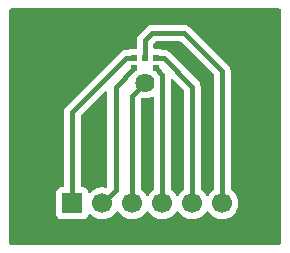
<source format=gbr>
%TF.GenerationSoftware,KiCad,Pcbnew,9.0.5*%
%TF.CreationDate,2025-10-11T11:08:21-04:00*%
%TF.ProjectId,audio-board,61756469-6f2d-4626-9f61-72642e6b6963,rev?*%
%TF.SameCoordinates,Original*%
%TF.FileFunction,Copper,L1,Top*%
%TF.FilePolarity,Positive*%
%FSLAX46Y46*%
G04 Gerber Fmt 4.6, Leading zero omitted, Abs format (unit mm)*
G04 Created by KiCad (PCBNEW 9.0.5) date 2025-10-11 11:08:21*
%MOMM*%
%LPD*%
G01*
G04 APERTURE LIST*
%TA.AperFunction,ComponentPad*%
%ADD10R,1.700000X1.700000*%
%TD*%
%TA.AperFunction,ComponentPad*%
%ADD11C,1.700000*%
%TD*%
%TA.AperFunction,SMDPad,CuDef*%
%ADD12R,0.600000X0.522000*%
%TD*%
%TA.AperFunction,ComponentPad*%
%ADD13C,1.625000*%
%TD*%
%TA.AperFunction,Conductor*%
%ADD14C,0.400000*%
%TD*%
G04 APERTURE END LIST*
D10*
%TO.P,J1,1,Pin_1*%
%TO.N,Net-(J1-Pin_1)*%
X135840000Y-85000000D03*
D11*
%TO.P,J1,2,Pin_2*%
%TO.N,Net-(J1-Pin_2)*%
X138380000Y-85000000D03*
%TO.P,J1,3,Pin_3*%
%TO.N,Net-(J1-Pin_3)*%
X140920000Y-85000000D03*
%TO.P,J1,4,Pin_4*%
%TO.N,Net-(J1-Pin_4)*%
X143460000Y-85000000D03*
%TO.P,J1,5,Pin_5*%
%TO.N,Net-(J1-Pin_5)*%
X146000000Y-85000000D03*
%TO.P,J1,6,Pin_6*%
%TO.N,Net-(J1-Pin_6)*%
X148540000Y-85000000D03*
%TD*%
D12*
%TO.P,MK1,1,WS*%
%TO.N,Net-(J1-Pin_1)*%
X141100000Y-72726000D03*
%TO.P,MK1,2,LR*%
%TO.N,Net-(J1-Pin_2)*%
X141100000Y-73548000D03*
D13*
%TO.P,MK1,3,GND*%
%TO.N,Net-(J1-Pin_3)*%
X142000000Y-74800000D03*
D12*
%TO.P,MK1,4,SCK*%
%TO.N,Net-(J1-Pin_4)*%
X142900000Y-73548000D03*
%TO.P,MK1,5,VDD*%
%TO.N,Net-(J1-Pin_5)*%
X142900000Y-72726000D03*
%TO.P,MK1,6,SD*%
%TO.N,Net-(J1-Pin_6)*%
X142000000Y-72726000D03*
%TD*%
D14*
%TO.N,Net-(J1-Pin_1)*%
X141100000Y-72726000D02*
X140400000Y-72726000D01*
X135840000Y-77286000D02*
X135840000Y-85000000D01*
X140400000Y-72726000D02*
X135840000Y-77286000D01*
%TO.N,Net-(J1-Pin_6)*%
X148540000Y-73840000D02*
X148540000Y-85000000D01*
X142000000Y-71200000D02*
X142600000Y-70600000D01*
X145300000Y-70600000D02*
X148540000Y-73840000D01*
X142600000Y-70600000D02*
X145300000Y-70600000D01*
X142000000Y-72726000D02*
X142000000Y-71200000D01*
%TO.N,Net-(J1-Pin_3)*%
X142000000Y-74800000D02*
X140920000Y-75880000D01*
X140920000Y-75880000D02*
X140920000Y-85000000D01*
%TO.N,Net-(J1-Pin_4)*%
X142900000Y-73548000D02*
X143460000Y-74108000D01*
X143460000Y-74108000D02*
X143460000Y-85000000D01*
%TO.N,Net-(J1-Pin_2)*%
X139500000Y-75148000D02*
X139500000Y-83880000D01*
X141100000Y-73548000D02*
X139500000Y-75148000D01*
X139500000Y-83880000D02*
X138380000Y-85000000D01*
%TO.N,Net-(J1-Pin_5)*%
X146000000Y-75126000D02*
X146000000Y-85000000D01*
X142900000Y-72726000D02*
X143600000Y-72726000D01*
X143600000Y-72726000D02*
X146000000Y-75126000D01*
%TD*%
%TA.AperFunction,NonConductor*%
G36*
X153442539Y-68520185D02*
G01*
X153488294Y-68572989D01*
X153499500Y-68624500D01*
X153499500Y-88375500D01*
X153479815Y-88442539D01*
X153427011Y-88488294D01*
X153375500Y-88499500D01*
X130624500Y-88499500D01*
X130557461Y-88479815D01*
X130511706Y-88427011D01*
X130500500Y-88375500D01*
X130500500Y-84102135D01*
X134489500Y-84102135D01*
X134489500Y-85897870D01*
X134489501Y-85897876D01*
X134495908Y-85957483D01*
X134546202Y-86092328D01*
X134546206Y-86092335D01*
X134632452Y-86207544D01*
X134632455Y-86207547D01*
X134747664Y-86293793D01*
X134747671Y-86293797D01*
X134882517Y-86344091D01*
X134882516Y-86344091D01*
X134889444Y-86344835D01*
X134942127Y-86350500D01*
X136737872Y-86350499D01*
X136797483Y-86344091D01*
X136932331Y-86293796D01*
X137047546Y-86207546D01*
X137133796Y-86092331D01*
X137182810Y-85960916D01*
X137224681Y-85904984D01*
X137290145Y-85880566D01*
X137358418Y-85895417D01*
X137386673Y-85916569D01*
X137500213Y-86030109D01*
X137672179Y-86155048D01*
X137672181Y-86155049D01*
X137672184Y-86155051D01*
X137861588Y-86251557D01*
X138063757Y-86317246D01*
X138273713Y-86350500D01*
X138273714Y-86350500D01*
X138486286Y-86350500D01*
X138486287Y-86350500D01*
X138696243Y-86317246D01*
X138898412Y-86251557D01*
X139087816Y-86155051D01*
X139174138Y-86092335D01*
X139259786Y-86030109D01*
X139259788Y-86030106D01*
X139259792Y-86030104D01*
X139410104Y-85879792D01*
X139410106Y-85879788D01*
X139410109Y-85879786D01*
X139535048Y-85707820D01*
X139535047Y-85707820D01*
X139535051Y-85707816D01*
X139539514Y-85699054D01*
X139587488Y-85648259D01*
X139655308Y-85631463D01*
X139721444Y-85653999D01*
X139760486Y-85699056D01*
X139764951Y-85707820D01*
X139889890Y-85879786D01*
X140040213Y-86030109D01*
X140212179Y-86155048D01*
X140212181Y-86155049D01*
X140212184Y-86155051D01*
X140401588Y-86251557D01*
X140603757Y-86317246D01*
X140813713Y-86350500D01*
X140813714Y-86350500D01*
X141026286Y-86350500D01*
X141026287Y-86350500D01*
X141236243Y-86317246D01*
X141438412Y-86251557D01*
X141627816Y-86155051D01*
X141714138Y-86092335D01*
X141799786Y-86030109D01*
X141799788Y-86030106D01*
X141799792Y-86030104D01*
X141950104Y-85879792D01*
X141950106Y-85879788D01*
X141950109Y-85879786D01*
X142075048Y-85707820D01*
X142075047Y-85707820D01*
X142075051Y-85707816D01*
X142079514Y-85699054D01*
X142127488Y-85648259D01*
X142195308Y-85631463D01*
X142261444Y-85653999D01*
X142300486Y-85699056D01*
X142304951Y-85707820D01*
X142429890Y-85879786D01*
X142580213Y-86030109D01*
X142752179Y-86155048D01*
X142752181Y-86155049D01*
X142752184Y-86155051D01*
X142941588Y-86251557D01*
X143143757Y-86317246D01*
X143353713Y-86350500D01*
X143353714Y-86350500D01*
X143566286Y-86350500D01*
X143566287Y-86350500D01*
X143776243Y-86317246D01*
X143978412Y-86251557D01*
X144167816Y-86155051D01*
X144254138Y-86092335D01*
X144339786Y-86030109D01*
X144339788Y-86030106D01*
X144339792Y-86030104D01*
X144490104Y-85879792D01*
X144490106Y-85879788D01*
X144490109Y-85879786D01*
X144615048Y-85707820D01*
X144615047Y-85707820D01*
X144615051Y-85707816D01*
X144619514Y-85699054D01*
X144667488Y-85648259D01*
X144735308Y-85631463D01*
X144801444Y-85653999D01*
X144840486Y-85699056D01*
X144844951Y-85707820D01*
X144969890Y-85879786D01*
X145120213Y-86030109D01*
X145292179Y-86155048D01*
X145292181Y-86155049D01*
X145292184Y-86155051D01*
X145481588Y-86251557D01*
X145683757Y-86317246D01*
X145893713Y-86350500D01*
X145893714Y-86350500D01*
X146106286Y-86350500D01*
X146106287Y-86350500D01*
X146316243Y-86317246D01*
X146518412Y-86251557D01*
X146707816Y-86155051D01*
X146794138Y-86092335D01*
X146879786Y-86030109D01*
X146879788Y-86030106D01*
X146879792Y-86030104D01*
X147030104Y-85879792D01*
X147030106Y-85879788D01*
X147030109Y-85879786D01*
X147155048Y-85707820D01*
X147155047Y-85707820D01*
X147155051Y-85707816D01*
X147159514Y-85699054D01*
X147207488Y-85648259D01*
X147275308Y-85631463D01*
X147341444Y-85653999D01*
X147380486Y-85699056D01*
X147384951Y-85707820D01*
X147509890Y-85879786D01*
X147660213Y-86030109D01*
X147832179Y-86155048D01*
X147832181Y-86155049D01*
X147832184Y-86155051D01*
X148021588Y-86251557D01*
X148223757Y-86317246D01*
X148433713Y-86350500D01*
X148433714Y-86350500D01*
X148646286Y-86350500D01*
X148646287Y-86350500D01*
X148856243Y-86317246D01*
X149058412Y-86251557D01*
X149247816Y-86155051D01*
X149334138Y-86092335D01*
X149419786Y-86030109D01*
X149419788Y-86030106D01*
X149419792Y-86030104D01*
X149570104Y-85879792D01*
X149570106Y-85879788D01*
X149570109Y-85879786D01*
X149695048Y-85707820D01*
X149695047Y-85707820D01*
X149695051Y-85707816D01*
X149791557Y-85518412D01*
X149857246Y-85316243D01*
X149890500Y-85106287D01*
X149890500Y-84893713D01*
X149857246Y-84683757D01*
X149791557Y-84481588D01*
X149695051Y-84292184D01*
X149695049Y-84292181D01*
X149695048Y-84292179D01*
X149570109Y-84120213D01*
X149419786Y-83969890D01*
X149291615Y-83876770D01*
X149248949Y-83821441D01*
X149240500Y-83776452D01*
X149240500Y-73771006D01*
X149236786Y-73752338D01*
X149236785Y-73752337D01*
X149236784Y-73752328D01*
X149213580Y-73635672D01*
X149213578Y-73635667D01*
X149160777Y-73508192D01*
X149084112Y-73393454D01*
X145746545Y-70055887D01*
X145631807Y-69979222D01*
X145504332Y-69926421D01*
X145504322Y-69926418D01*
X145368996Y-69899500D01*
X145368994Y-69899500D01*
X145368993Y-69899500D01*
X142531007Y-69899500D01*
X142531003Y-69899500D01*
X142422590Y-69921065D01*
X142422589Y-69921065D01*
X142395681Y-69926418D01*
X142395671Y-69926420D01*
X142268190Y-69979224D01*
X142153454Y-70055887D01*
X141455890Y-70753451D01*
X141455884Y-70753458D01*
X141421895Y-70804328D01*
X141421895Y-70804329D01*
X141400560Y-70836259D01*
X141379225Y-70868188D01*
X141379221Y-70868195D01*
X141326421Y-70995667D01*
X141326418Y-70995677D01*
X141299500Y-71131004D01*
X141299500Y-71840500D01*
X141279815Y-71907539D01*
X141227011Y-71953294D01*
X141175500Y-71964500D01*
X140752129Y-71964500D01*
X140752123Y-71964501D01*
X140692516Y-71970908D01*
X140567112Y-72017682D01*
X140523779Y-72025500D01*
X140331004Y-72025500D01*
X140195677Y-72052418D01*
X140195667Y-72052421D01*
X140068192Y-72105222D01*
X139953454Y-72181887D01*
X135295887Y-76839454D01*
X135219222Y-76954192D01*
X135166421Y-77081667D01*
X135166418Y-77081677D01*
X135139500Y-77217004D01*
X135139500Y-83525500D01*
X135119815Y-83592539D01*
X135067011Y-83638294D01*
X135015502Y-83649500D01*
X134942130Y-83649500D01*
X134942123Y-83649501D01*
X134882516Y-83655908D01*
X134747671Y-83706202D01*
X134747664Y-83706206D01*
X134632455Y-83792452D01*
X134632452Y-83792455D01*
X134546206Y-83907664D01*
X134546202Y-83907671D01*
X134495908Y-84042517D01*
X134489501Y-84102116D01*
X134489500Y-84102135D01*
X130500500Y-84102135D01*
X130500500Y-68624500D01*
X130520185Y-68557461D01*
X130572989Y-68511706D01*
X130624500Y-68500500D01*
X153375500Y-68500500D01*
X153442539Y-68520185D01*
G37*
%TD.AperFunction*%
%TA.AperFunction,NonConductor*%
G36*
X138718834Y-75500337D02*
G01*
X138774767Y-75542209D01*
X138799184Y-75607673D01*
X138799500Y-75616519D01*
X138799500Y-83538479D01*
X138779815Y-83605518D01*
X138763178Y-83626164D01*
X138749845Y-83639496D01*
X138688521Y-83672978D01*
X138642769Y-83674284D01*
X138524498Y-83655552D01*
X138486287Y-83649500D01*
X138273713Y-83649500D01*
X138225042Y-83657208D01*
X138063760Y-83682753D01*
X137861585Y-83748444D01*
X137672179Y-83844951D01*
X137500215Y-83969889D01*
X137386673Y-84083431D01*
X137325350Y-84116915D01*
X137255658Y-84111931D01*
X137199725Y-84070059D01*
X137182810Y-84039082D01*
X137133797Y-83907671D01*
X137133793Y-83907664D01*
X137047547Y-83792455D01*
X137047544Y-83792452D01*
X136932335Y-83706206D01*
X136932328Y-83706202D01*
X136797482Y-83655908D01*
X136797483Y-83655908D01*
X136737883Y-83649501D01*
X136737881Y-83649500D01*
X136737873Y-83649500D01*
X136737865Y-83649500D01*
X136664500Y-83649500D01*
X136597461Y-83629815D01*
X136551706Y-83577011D01*
X136540500Y-83525500D01*
X136540500Y-77627519D01*
X136560185Y-77560480D01*
X136576819Y-77539838D01*
X138587819Y-75528838D01*
X138649142Y-75495353D01*
X138718834Y-75500337D01*
G37*
%TD.AperFunction*%
%TA.AperFunction,NonConductor*%
G36*
X145025520Y-71320185D02*
G01*
X145046162Y-71336819D01*
X147803181Y-74093838D01*
X147836666Y-74155161D01*
X147839500Y-74181519D01*
X147839500Y-83776452D01*
X147819815Y-83843491D01*
X147788385Y-83876770D01*
X147660213Y-83969890D01*
X147509890Y-84120213D01*
X147384949Y-84292182D01*
X147380484Y-84300946D01*
X147332509Y-84351742D01*
X147264688Y-84368536D01*
X147198553Y-84345998D01*
X147159516Y-84300946D01*
X147155050Y-84292182D01*
X147030109Y-84120213D01*
X146879786Y-83969890D01*
X146751615Y-83876770D01*
X146708949Y-83821441D01*
X146700500Y-83776452D01*
X146700500Y-75057006D01*
X146690021Y-75004329D01*
X146690021Y-75004328D01*
X146673580Y-74921672D01*
X146673578Y-74921667D01*
X146620777Y-74794192D01*
X146544112Y-74679454D01*
X144046545Y-72181887D01*
X143931807Y-72105222D01*
X143804332Y-72052421D01*
X143804322Y-72052418D01*
X143668996Y-72025500D01*
X143668994Y-72025500D01*
X143668993Y-72025500D01*
X143476221Y-72025500D01*
X143432888Y-72017682D01*
X143307482Y-71970908D01*
X143307483Y-71970908D01*
X143247883Y-71964501D01*
X143247881Y-71964500D01*
X143247873Y-71964500D01*
X143247865Y-71964500D01*
X142824500Y-71964500D01*
X142757461Y-71944815D01*
X142711706Y-71892011D01*
X142700500Y-71840500D01*
X142700500Y-71541519D01*
X142709144Y-71512078D01*
X142715668Y-71482092D01*
X142719422Y-71477076D01*
X142720185Y-71474480D01*
X142736819Y-71453838D01*
X142853838Y-71336819D01*
X142915161Y-71303334D01*
X142941519Y-71300500D01*
X144958481Y-71300500D01*
X145025520Y-71320185D01*
G37*
%TD.AperFunction*%
%TA.AperFunction,NonConductor*%
G36*
X144365703Y-74482806D02*
G01*
X144372181Y-74488838D01*
X145263181Y-75379838D01*
X145296666Y-75441161D01*
X145299500Y-75467519D01*
X145299500Y-83776452D01*
X145279815Y-83843491D01*
X145248385Y-83876770D01*
X145120213Y-83969890D01*
X144969890Y-84120213D01*
X144844949Y-84292182D01*
X144840484Y-84300946D01*
X144792509Y-84351742D01*
X144724688Y-84368536D01*
X144658553Y-84345998D01*
X144619516Y-84300946D01*
X144615050Y-84292182D01*
X144490109Y-84120213D01*
X144339786Y-83969890D01*
X144211615Y-83876770D01*
X144168949Y-83821441D01*
X144160500Y-83776452D01*
X144160500Y-74576519D01*
X144180185Y-74509480D01*
X144232989Y-74463725D01*
X144302147Y-74453781D01*
X144365703Y-74482806D01*
G37*
%TD.AperFunction*%
%TA.AperFunction,NonConductor*%
G36*
X142712614Y-75991874D02*
G01*
X142752871Y-76048980D01*
X142759500Y-76088979D01*
X142759500Y-83776452D01*
X142739815Y-83843491D01*
X142708385Y-83876770D01*
X142580213Y-83969890D01*
X142429890Y-84120213D01*
X142304949Y-84292182D01*
X142300484Y-84300946D01*
X142252509Y-84351742D01*
X142184688Y-84368536D01*
X142118553Y-84345998D01*
X142079516Y-84300946D01*
X142075050Y-84292182D01*
X141950109Y-84120213D01*
X141799786Y-83969890D01*
X141671615Y-83876770D01*
X141628949Y-83821441D01*
X141620500Y-83776452D01*
X141620500Y-76221519D01*
X141629143Y-76192082D01*
X141635663Y-76162101D01*
X141639421Y-76157079D01*
X141640185Y-76154480D01*
X141656812Y-76133845D01*
X141659549Y-76131106D01*
X141662920Y-76127736D01*
X141724239Y-76094247D01*
X141770000Y-76092938D01*
X141896665Y-76113000D01*
X141896667Y-76113000D01*
X142103340Y-76113000D01*
X142307462Y-76080670D01*
X142504017Y-76016805D01*
X142579204Y-75978494D01*
X142647873Y-75965598D01*
X142712614Y-75991874D01*
G37*
%TD.AperFunction*%
M02*

</source>
